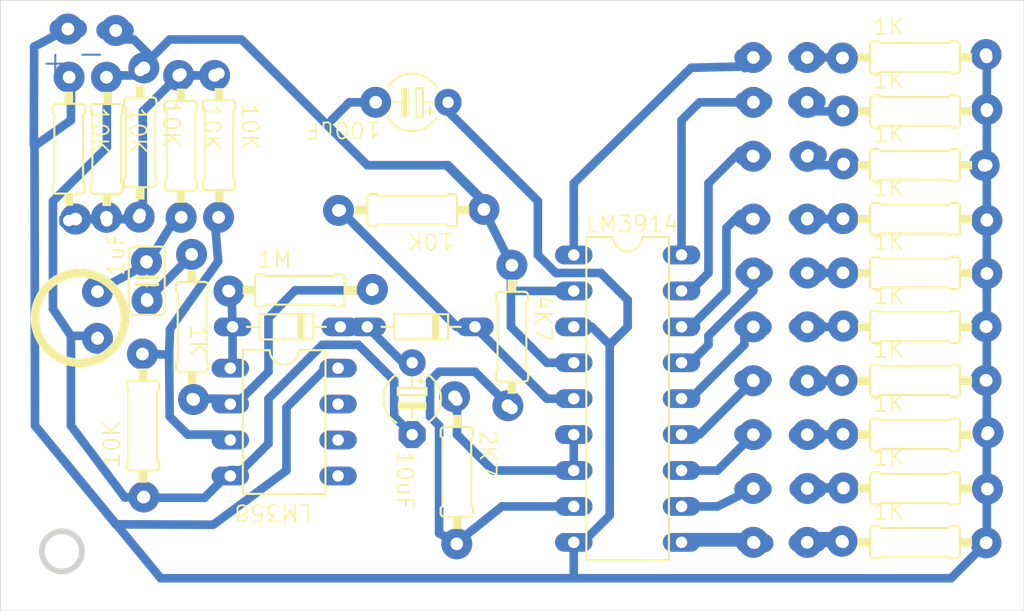
<source format=kicad_pcb>
(kicad_pcb (version 20241229) (generator "pcbnew") (generator_version "9.0")
  (layers (0 "F.Cu" signal) (2 "B.Cu" signal) (13 "F.Paste" user) (15 "B.Paste" user) (5 "F.SilkS" user "F.Silkscreen") (7 "B.SilkS" user "B.Silkscreen") (1 "F.Mask" user) (3 "B.Mask" user) (25 "Edge.Cuts" user))
  (net 0 "")
  (net 1 "S$2")
  (net 2 "S$5")
  (net 3 "S$6")
  (net 4 "S$7")
  (net 5 "S$9")
  (net 6 "S$10")
  (net 7 "S$11")
  (net 8 "S$12")
  (net 9 "S$13")
  (net 10 "S$14")
  (net 11 "S$16")
  (net 12 "S$18")
  (net 13 "S$28")
  (net 14 "S$29")
  (net 15 "S$3")
  (net 16 "S$15")
  (net 17 "S$31")
  (net 18 "S$32")
  (net 19 "S$33")
  (net 20 "S$17")
  (net 21 "S$19")
  (net 22 "S$21")
  (net 23 "S$36")
  (net 24 "S$37")
  (net 25 "S$38")
  (net 26 "S$39")
  (net 27 "S$40")
  (net 28 "S$41")
  (net 29 "S$20")
  (net 30 "S$43")
  (net 31 "S$8")
  (net 32 "S$44")
  (footprint "Vcup2:E5-4" (layer "F.Cu") (at 171.9961 110.7186 -90)
    (property "Reference" "10uF" (at 3.5814 1.1811 270) (layer "F.SilkS") (effects (font (size 1.143 1.143) (thickness 0.127)) (justify left bottom)))
    (property "Value" "")
    (pad "+" thru_hole circle (at -2.54 0 270) (size 1.905 1.905) (drill 0.8128) (layers "*.Cu" "*.Mask") (net 8 "S$12"))
    (pad "-" thru_hole roundrect (at 2.54 0 270) (size 1.905 1.905) (drill 0.8128) (layers "*.Cu" "*.Mask") (chamfer_ratio 0.2928932188) (chamfer top_left top_right bottom_left bottom_right) (net 9 "S$13"))
  )
  (footprint "" (layer "F.Cu") (at 196.056272 93.516293)
    (property "Reference" "" (at 0 0 0) (layer "F.SilkS") (effects (font (size 1.27 1.27))))
    (property "Value" "")
    (pad "18" thru_hole oval (at 0 0) (size 2.6416 1.3208) (drill 0.8128) (layers "*.Cu" "*.Mask") (net 29 "S$20"))
  )
  (footprint "" (layer "F.Cu") (at 149.775927 106.444666)
    (property "Reference" "" (at 0 0 0) (layer "F.SilkS") (effects (font (size 1.27 1.27))))
    (property "Value" "")
    (pad "1" thru_hole roundrect (at 0 0 270) (size 1.3208 1.3208) (drill 0.8128) (layers "*.Cu" "*.Mask") (chamfer_ratio 0.2928932188) (chamfer top_left top_right bottom_left bottom_right) (net 5 "S$9"))
  )
  (footprint "Vcup2:0207_10" (layer "F.Cu") (at 150.4004 93.058335 -90)
    (property "Reference" "10K" (at -3.048 -1.524 270) (layer "F.SilkS") (effects (font (size 1.143 1.143) (thickness 0.127)) (justify left bottom)))
    (property "Value" "")
    (pad "1" thru_hole roundrect (at -5.08 0 270) (size 1.3208 1.3208) (drill 0.8128) (layers "*.Cu" "*.Mask") (chamfer_ratio 0.2928932188) (chamfer top_left top_right bottom_left bottom_right) (net 31 "S$8"))
    (pad "2" thru_hole roundrect (at 5.08 0 270) (size 1.3208 1.3208) (drill 0.8128) (layers "*.Cu" "*.Mask") (chamfer_ratio 0.2928932188) (chamfer top_left top_right bottom_left bottom_right) (net 1 "S$2"))
  )
  (footprint "Vcup2:0207_10" (layer "F.Cu") (at 155.651613 92.830636 -90)
    (property "Reference" "10K" (at -3.048 -1.524 270) (layer "F.SilkS") (effects (font (size 1.143 1.143) (thickness 0.127)) (justify left bottom)))
    (property "Value" "")
    (pad "1" thru_hole roundrect (at -5.08 0 270) (size 1.3208 1.3208) (drill 0.8128) (layers "*.Cu" "*.Mask") (chamfer_ratio 0.2928932188) (chamfer top_left top_right bottom_left bottom_right) (net 1 "S$2"))
    (pad "2" thru_hole roundrect (at 5.08 0 270) (size 1.3208 1.3208) (drill 0.8128) (layers "*.Cu" "*.Mask") (chamfer_ratio 0.2928932188) (chamfer top_left top_right bottom_left bottom_right))
  )
  (footprint "Vcup2:D-7.5" (layer "F.Cu") (at 172.6311 105.6386 180)
    (property "Reference" "E$23" (hide yes))
    (property "Value" "")
    (pad "A" thru_hole oval (at 3.81 0 180) (size 2.6416 1.3208) (drill 0.8128) (layers "*.Cu" "*.Mask") (net 8 "S$12"))
    (pad "C" thru_hole oval (at -3.81 0 180) (size 2.6416 1.3208) (drill 0.8128) (layers "*.Cu" "*.Mask") (net 10 "S$14"))
  )
  (footprint "" (layer "F.Cu") (at 150.346312 97.878286)
    (property "Reference" "" (at 0 0 0) (layer "F.SilkS") (effects (font (size 1.27 1.27))))
    (property "Value" "")
    (pad "2" thru_hole roundrect (at 0 0 180) (size 1.3208 1.3208) (drill 0.8128) (layers "*.Cu" "*.Mask") (chamfer_ratio 0.2928932188) (chamfer top_left top_right bottom_left bottom_right) (net 10 "S$14"))
  )
  (footprint "" (layer "F.Cu") (at 196.098197 117.119968)
    (property "Reference" "" (at 0 0 0) (layer "F.SilkS") (effects (font (size 1.27 1.27))))
    (property "Value" "")
    (pad "18" thru_hole oval (at 0 0) (size 2.6416 1.3208) (drill 0.8128) (layers "*.Cu" "*.Mask") (net 29 "S$20"))
  )
  (footprint "Vcup2:C025-025X050" (layer "F.Cu") (at 153.22929 102.379678 90)
    (property "Reference" "1uF" (at 0.2286 -1.5022 90) (layer "F.SilkS") (effects (font (size 1.143 1.143) (thickness 0.127)) (justify left bottom)))
    (property "Value" "")
    (pad "1" thru_hole roundrect (at -1.27 0 90) (size 1.3208 1.3208) (drill 0.8128) (layers "*.Cu" "*.Mask") (chamfer_ratio 0.2928932188) (chamfer top_left top_right bottom_left bottom_right) (net 5 "S$9"))
    (pad "2" thru_hole roundrect (at 1.27 0 90) (size 1.3208 1.3208) (drill 0.8128) (layers "*.Cu" "*.Mask") (chamfer_ratio 0.2928932188) (chamfer top_left top_right bottom_left bottom_right) (net 6 "S$10"))
  )
  (footprint "" (layer "F.Cu") (at 199.997205 101.817408)
    (property "Reference" "" (at 0 0 0) (layer "F.SilkS") (effects (font (size 1.27 1.27))))
    (property "Value" "")
    (pad "18" thru_hole oval (at 0 0) (size 2.6416 1.3208) (drill 0.8128) (layers "*.Cu" "*.Mask") (net 29 "S$20"))
  )
  (footprint "Vcup2:0207_10" (layer "F.Cu") (at 207.5561 90.3986)
    (property "Reference" "1K" (at -3.048 -1.524 0) (layer "F.SilkS") (effects (font (size 1.143 1.143) (thickness 0.127)) (justify left bottom)))
    (property "Value" "")
    (pad "1" thru_hole roundrect (at -5.08 0) (size 1.3208 1.3208) (drill 0.8128) (layers "*.Cu" "*.Mask") (chamfer_ratio 0.2928932188) (chamfer top_left top_right bottom_left bottom_right))
    (pad "2" thru_hole roundrect (at 5.08 0) (size 1.3208 1.3208) (drill 0.8128) (layers "*.Cu" "*.Mask") (chamfer_ratio 0.2928932188) (chamfer top_left top_right bottom_left bottom_right))
  )
  (footprint "" (layer "F.Cu") (at 196.223971 120.935127)
    (property "Reference" "" (at 0 0 0) (layer "F.SilkS") (effects (font (size 1.27 1.27))))
    (property "Value" "")
    (pad "18" thru_hole oval (at 0 0) (size 2.6416 1.3208) (drill 0.8128) (layers "*.Cu" "*.Mask") (net 29 "S$20"))
  )
  (footprint "Vcup2:DIL08" (layer "F.Cu") (at 162.9461 112.3721 -90)
    (property "Reference" "E$2" (hide yes))
    (property "Value" "")
    (pad "1" thru_hole oval (at -3.81 3.81) (size 2.6416 1.3208) (drill 0.8128) (layers "*.Cu" "*.Mask"))
    (pad "2" thru_hole oval (at -1.27 3.81) (size 2.6416 1.3208) (drill 0.8128) (layers "*.Cu" "*.Mask"))
    (pad "3" thru_hole oval (at 1.27 3.81) (size 2.6416 1.3208) (drill 0.8128) (layers "*.Cu" "*.Mask"))
    (pad "4" thru_hole oval (at 3.81 3.81) (size 2.6416 1.3208) (drill 0.8128) (layers "*.Cu" "*.Mask"))
    (pad "5" thru_hole oval (at 3.81 -3.81) (size 2.6416 1.3208) (drill 0.8128) (layers "*.Cu" "*.Mask"))
    (pad "6" thru_hole oval (at 1.27 -3.81) (size 2.6416 1.3208) (drill 0.8128) (layers "*.Cu" "*.Mask"))
    (pad "7" thru_hole oval (at -1.27 -3.81) (size 2.6416 1.3208) (drill 0.8128) (layers "*.Cu" "*.Mask"))
    (pad "8" thru_hole oval (at -3.81 -3.81) (size 2.6416 1.3208) (drill 0.8128) (layers "*.Cu" "*.Mask"))
  )
  (footprint "" (layer "F.Cu") (at 196.10458 86.603011)
    (property "Reference" "" (at 0 0 0) (layer "F.SilkS") (effects (font (size 1.27 1.27))))
    (property "Value" "")
    (pad "18" thru_hole oval (at 0 0) (size 2.6416 1.3208) (drill 0.8128) (layers "*.Cu" "*.Mask") (net 29 "S$20"))
  )
  (footprint "" (layer "F.Cu") (at 196.182046 101.817408)
    (property "Reference" "" (at 0 0 0) (layer "F.SilkS") (effects (font (size 1.27 1.27))))
    (property "Value" "")
    (pad "18" thru_hole oval (at 0 0) (size 2.6416 1.3208) (drill 0.8128) (layers "*.Cu" "*.Mask") (net 29 "S$20"))
  )
  (footprint "Vcup2:0207_10" (layer "F.Cu") (at 207.5561 109.4486)
    (property "Reference" "1K" (at -3.048 -1.524 0) (layer "F.SilkS") (effects (font (size 1.143 1.143) (thickness 0.127)) (justify left bottom)))
    (property "Value" "")
    (pad "1" thru_hole roundrect (at -5.08 0) (size 1.3208 1.3208) (drill 0.8128) (layers "*.Cu" "*.Mask") (chamfer_ratio 0.2928932188) (chamfer top_left top_right bottom_left bottom_right) (net 28 "S$41"))
    (pad "2" thru_hole roundrect (at 5.08 0) (size 1.3208 1.3208) (drill 0.8128) (layers "*.Cu" "*.Mask") (chamfer_ratio 0.2928932188) (chamfer top_left top_right bottom_left bottom_right))
  )
  (footprint "" (layer "F.Cu") (at 178.763836 111.19097)
    (property "Reference" "" (at 0 0 0) (layer "F.SilkS") (effects (font (size 1.27 1.27))))
    (property "Value" "")
    (pad "2" thru_hole roundrect (at 0 0 180) (size 1.3208 1.3208) (drill 0.8128) (layers "*.Cu" "*.Mask") (chamfer_ratio 0.2928932188) (chamfer top_left top_right bottom_left bottom_right) (net 10 "S$14"))
  )
  (footprint "Vcup2:0207_10" (layer "F.Cu") (at 179.054463 106.335564 -90)
    (property "Reference" "4K7" (at -3.048 -1.524 270) (layer "F.SilkS") (effects (font (size 1.143 1.143) (thickness 0.127)) (justify left bottom)))
    (property "Value" "")
    (pad "1" thru_hole roundrect (at -5.08 0 270) (size 1.3208 1.3208) (drill 0.8128) (layers "*.Cu" "*.Mask") (chamfer_ratio 0.2928932188) (chamfer top_left top_right bottom_left bottom_right) (net 16 "S$15"))
    (pad "2" thru_hole roundrect (at 5.08 0 270) (size 1.3208 1.3208) (drill 0.8128) (layers "*.Cu" "*.Mask") (chamfer_ratio 0.2928932188) (chamfer top_left top_right bottom_left bottom_right) (net 12 "S$18"))
  )
  (footprint "" (layer "F.Cu") (at 149.763505 103.152791)
    (property "Reference" "" (at 0 0 0) (layer "F.SilkS") (effects (font (size 1.27 1.27))))
    (property "Value" "")
    (pad "1" thru_hole roundrect (at 0 0 270) (size 1.3208 1.3208) (drill 0.8128) (layers "*.Cu" "*.Mask") (chamfer_ratio 0.2928932188) (chamfer top_left top_right bottom_left bottom_right) (net 5 "S$9"))
  )
  (footprint "" (layer "F.Cu") (at 199.913355 89.701135)
    (property "Reference" "" (at 0 0 0) (layer "F.SilkS") (effects (font (size 1.27 1.27))))
    (property "Value" "")
    (pad "18" thru_hole oval (at 0 0) (size 2.6416 1.3208) (drill 0.8128) (layers "*.Cu" "*.Mask") (net 29 "S$20"))
  )
  (footprint "Vcup2:DIL18" (layer "F.Cu") (at 187.2361 110.7186 -90)
    (property "Reference" "LM3914" (at -11.684 3.048 0) (layer "F.SilkS") (effects (font (size 1.143 1.143) (thickness 0.127)) (justify left bottom)))
    (property "Value" "")
    (pad "1" thru_hole oval (at -10.16 3.81) (size 2.6416 1.3208) (drill 0.8128) (layers "*.Cu" "*.Mask") (net 15 "S$3"))
    (pad "2" thru_hole oval (at -7.62 3.81) (size 2.6416 1.3208) (drill 0.8128) (layers "*.Cu" "*.Mask") (net 16 "S$15"))
    (pad "3" thru_hole oval (at -5.08 3.81) (size 2.6416 1.3208) (drill 0.8128) (layers "*.Cu" "*.Mask") (net 19 "S$33"))
    (pad "4" thru_hole oval (at -2.54 3.81) (size 2.6416 1.3208) (drill 0.8128) (layers "*.Cu" "*.Mask") (net 16 "S$15"))
    (pad "5" thru_hole oval (at 0 3.81) (size 2.6416 1.3208) (drill 0.8128) (layers "*.Cu" "*.Mask") (net 10 "S$14"))
    (pad "6" thru_hole oval (at 2.54 3.81) (size 2.6416 1.3208) (drill 0.8128) (layers "*.Cu" "*.Mask") (net 11 "S$16"))
    (pad "7" thru_hole oval (at 5.08 3.81) (size 2.6416 1.3208) (drill 0.8128) (layers "*.Cu" "*.Mask") (net 11 "S$16"))
    (pad "8" thru_hole oval (at 7.62 3.81) (size 2.6416 1.3208) (drill 0.8128) (layers "*.Cu" "*.Mask") (net 12 "S$18"))
    (pad "9" thru_hole oval (at 10.16 3.81) (size 2.6416 1.3208) (drill 0.8128) (layers "*.Cu" "*.Mask") (net 19 "S$33"))
    (pad "10" thru_hole oval (at 10.16 -3.81) (size 2.6416 1.3208) (drill 0.8128) (layers "*.Cu" "*.Mask") (net 14 "S$29"))
    (pad "11" thru_hole oval (at 7.62 -3.81) (size 2.6416 1.3208) (drill 0.8128) (layers "*.Cu" "*.Mask") (net 13 "S$28"))
    (pad "12" thru_hole oval (at 5.08 -3.81) (size 2.6416 1.3208) (drill 0.8128) (layers "*.Cu" "*.Mask"))
    (pad "13" thru_hole oval (at 2.54 -3.81) (size 2.6416 1.3208) (drill 0.8128) (layers "*.Cu" "*.Mask"))
    (pad "14" thru_hole oval (at 0 -3.81) (size 2.6416 1.3208) (drill 0.8128) (layers "*.Cu" "*.Mask"))
    (pad "15" thru_hole oval (at -2.54 -3.81) (size 2.6416 1.3208) (drill 0.8128) (layers "*.Cu" "*.Mask"))
    (pad "16" thru_hole oval (at -5.08 -3.81) (size 2.6416 1.3208) (drill 0.8128) (layers "*.Cu" "*.Mask"))
    (pad "17" thru_hole oval (at -7.62 -3.81) (size 2.6416 1.3208) (drill 0.8128) (layers "*.Cu" "*.Mask"))
    (pad "18" thru_hole oval (at -10.16 -3.81) (size 2.6416 1.3208) (drill 0.8128) (layers "*.Cu" "*.Mask") (net 29 "S$20"))
  )
  (footprint "" (layer "F.Cu") (at 196.098197 105.632567)
    (property "Reference" "" (at 0 0 0) (layer "F.SilkS") (effects (font (size 1.27 1.27))))
    (property "Value" "")
    (pad "18" thru_hole oval (at 0 0) (size 2.6416 1.3208) (drill 0.8128) (layers "*.Cu" "*.Mask") (net 29 "S$20"))
  )
  (footprint "Vcup2:E5-4" (layer "F.Cu") (at 171.9961 89.7636 180)
    (property "Reference" "100uF" (at 2.159 -1.27 180) (layer "F.SilkS") (effects (font (size 1.143 1.143) (thickness 0.127)) (justify left bottom)))
    (property "Value" "")
    (pad "+" thru_hole circle (at -2.54 0 180) (size 1.905 1.905) (drill 0.8128) (layers "*.Cu" "*.Mask") (net 19 "S$33"))
    (pad "-" thru_hole roundrect (at 2.54 0 180) (size 1.905 1.905) (drill 0.8128) (layers "*.Cu" "*.Mask") (chamfer_ratio 0.2928932188) (chamfer top_left top_right bottom_left bottom_right))
  )
  (footprint "Vcup2:0207_10" (layer "F.Cu") (at 207.5561 113.2586)
    (property "Reference" "1K" (at -3.048 -1.524 0) (layer "F.SilkS") (effects (font (size 1.143 1.143) (thickness 0.127)) (justify left bottom)))
    (property "Value" "")
    (pad "1" thru_hole roundrect (at -5.08 0) (size 1.3208 1.3208) (drill 0.8128) (layers "*.Cu" "*.Mask") (chamfer_ratio 0.2928932188) (chamfer top_left top_right bottom_left bottom_right) (net 23 "S$36"))
    (pad "2" thru_hole roundrect (at 5.08 0) (size 1.3208 1.3208) (drill 0.8128) (layers "*.Cu" "*.Mask") (chamfer_ratio 0.2928932188) (chamfer top_left top_right bottom_left bottom_right))
  )
  (footprint "Vcup2:0207_10" (layer "F.Cu") (at 207.5561 98.0186)
    (property "Reference" "1K" (at -3.048 -1.524 0) (layer "F.SilkS") (effects (font (size 1.143 1.143) (thickness 0.127)) (justify left bottom)))
    (property "Value" "")
    (pad "1" thru_hole roundrect (at -5.08 0) (size 1.3208 1.3208) (drill 0.8128) (layers "*.Cu" "*.Mask") (chamfer_ratio 0.2928932188) (chamfer top_left top_right bottom_left bottom_right) (net 27 "S$40"))
    (pad "2" thru_hole roundrect (at 5.08 0) (size 1.3208 1.3208) (drill 0.8128) (layers "*.Cu" "*.Mask") (chamfer_ratio 0.2928932188) (chamfer top_left top_right bottom_left bottom_right))
  )
  (footprint "" (layer "F.Cu") (at 199.997205 109.5735)
    (property "Reference" "" (at 0 0 0) (layer "F.SilkS") (effects (font (size 1.27 1.27))))
    (property "Value" "")
    (pad "18" thru_hole oval (at 0 0) (size 2.6416 1.3208) (drill 0.8128) (layers "*.Cu" "*.Mask") (net 29 "S$20"))
  )
  (footprint "Vcup2:0207_10" (layer "F.Cu") (at 207.5561 101.8286)
    (property "Reference" "1K" (at -3.048 -1.524 0) (layer "F.SilkS") (effects (font (size 1.143 1.143) (thickness 0.127)) (justify left bottom)))
    (property "Value" "")
    (pad "1" thru_hole roundrect (at -5.08 0) (size 1.3208 1.3208) (drill 0.8128) (layers "*.Cu" "*.Mask") (chamfer_ratio 0.2928932188) (chamfer top_left top_right bottom_left bottom_right) (net 21 "S$19"))
    (pad "2" thru_hole roundrect (at 5.08 0) (size 1.3208 1.3208) (drill 0.8128) (layers "*.Cu" "*.Mask") (chamfer_ratio 0.2928932188) (chamfer top_left top_right bottom_left bottom_right))
  )
  (footprint "Vcup2:0207_10" (layer "F.Cu") (at 171.9961 97.3836 180)
    (property "Reference" "10K" (at -3.048 -1.524 180) (layer "F.SilkS") (effects (font (size 1.143 1.143) (thickness 0.127)) (justify left bottom)))
    (property "Value" "")
    (pad "1" thru_hole roundrect (at -5.08 0 180) (size 1.3208 1.3208) (drill 0.8128) (layers "*.Cu" "*.Mask") (chamfer_ratio 0.2928932188) (chamfer top_left top_right bottom_left bottom_right) (net 16 "S$15"))
    (pad "2" thru_hole roundrect (at 5.08 0 180) (size 1.3208 1.3208) (drill 0.8128) (layers "*.Cu" "*.Mask") (chamfer_ratio 0.2928932188) (chamfer top_left top_right bottom_left bottom_right) (net 10 "S$14"))
  )
  (footprint "" (layer "F.Cu") (at 175.012341 110.569861)
    (property "Reference" "" (at 0 0 0) (layer "F.SilkS") (effects (font (size 1.27 1.27))))
    (property "Value" "")
    (pad "2" thru_hole roundrect (at 0 0 180) (size 1.3208 1.3208) (drill 0.8128) (layers "*.Cu" "*.Mask") (chamfer_ratio 0.2928932188) (chamfer top_left top_right bottom_left bottom_right) (net 10 "S$14"))
  )
  (footprint "Vcup2:0207_10" (layer "F.Cu") (at 158.334802 92.793369 -90)
    (property "Reference" "10K" (at -3.048 -1.524 270) (layer "F.SilkS") (effects (font (size 1.143 1.143) (thickness 0.127)) (justify left bottom)))
    (property "Value" "")
    (pad "1" thru_hole roundrect (at -5.08 0 270) (size 1.3208 1.3208) (drill 0.8128) (layers "*.Cu" "*.Mask") (chamfer_ratio 0.2928932188) (chamfer top_left top_right bottom_left bottom_right) (net 1 "S$2"))
    (pad "2" thru_hole roundrect (at 5.08 0 270) (size 1.3208 1.3208) (drill 0.8128) (layers "*.Cu" "*.Mask") (chamfer_ratio 0.2928932188) (chamfer top_left top_right bottom_left bottom_right) (net 7 "S$11"))
  )
  (footprint "Vcup2:0207_10" (layer "F.Cu") (at 207.5561 86.5886)
    (property "Reference" "1K" (at -3.048 -1.524 0) (layer "F.SilkS") (effects (font (size 1.143 1.143) (thickness 0.127)) (justify left bottom)))
    (property "Value" "")
    (pad "1" thru_hole roundrect (at -5.08 0) (size 1.3208 1.3208) (drill 0.8128) (layers "*.Cu" "*.Mask") (chamfer_ratio 0.2928932188) (chamfer top_left top_right bottom_left bottom_right) (net 26 "S$39"))
    (pad "2" thru_hole roundrect (at 5.08 0) (size 1.3208 1.3208) (drill 0.8128) (layers "*.Cu" "*.Mask") (chamfer_ratio 0.2928932188) (chamfer top_left top_right bottom_left bottom_right) (net 19 "S$33"))
  )
  (footprint "Vcup2:0207_10" (layer "F.Cu") (at 207.5561 120.8786)
    (property "Reference" "1K" (at -3.048 -1.524 0) (layer "F.SilkS") (effects (font (size 1.143 1.143) (thickness 0.127)) (justify left bottom)))
    (property "Value" "")
    (pad "1" thru_hole roundrect (at -5.08 0) (size 1.3208 1.3208) (drill 0.8128) (layers "*.Cu" "*.Mask") (chamfer_ratio 0.2928932188) (chamfer top_left top_right bottom_left bottom_right) (net 25 "S$38"))
    (pad "2" thru_hole roundrect (at 5.08 0) (size 1.3208 1.3208) (drill 0.8128) (layers "*.Cu" "*.Mask") (chamfer_ratio 0.2928932188) (chamfer top_left top_right bottom_left bottom_right) (net 19 "S$33"))
  )
  (footprint "Vcup2:D-7.5" (layer "F.Cu") (at 163.1061 105.6386 180)
    (property "Reference" "LM358" (at -1.905 -12.4714 180) (layer "F.SilkS") (effects (font (size 1.143 1.143) (thickness 0.127)) (justify left bottom)))
    (property "Value" "")
    (pad "A" thru_hole oval (at 3.81 0 180) (size 2.6416 1.3208) (drill 0.8128) (layers "*.Cu" "*.Mask") (net 3 "S$6"))
    (pad "C" thru_hole oval (at -3.81 0 180) (size 2.6416 1.3208) (drill 0.8128) (layers "*.Cu" "*.Mask"))
  )
  (footprint "Vcup2:0207_10" (layer "F.Cu") (at 156.4356 105.6386 -90)
    (property "Reference" "1K" (at -0.2286 0.2256 270) (layer "F.SilkS") (effects (font (size 1.143 1.143) (thickness 0.127)) (justify left bottom)))
    (property "Value" "")
    (pad "1" thru_hole roundrect (at -5.08 0 270) (size 1.3208 1.3208) (drill 0.8128) (layers "*.Cu" "*.Mask") (chamfer_ratio 0.2928932188) (chamfer top_left top_right bottom_left bottom_right) (net 5 "S$9"))
    (pad "2" thru_hole roundrect (at 5.08 0 270) (size 1.3208 1.3208) (drill 0.8128) (layers "*.Cu" "*.Mask") (chamfer_ratio 0.2928932188) (chamfer top_left top_right bottom_left bottom_right) (net 2 "S$5"))
  )
  (footprint "" (layer "F.Cu") (at 196.098197 109.363876)
    (property "Reference" "" (at 0 0 0) (layer "F.SilkS") (effects (font (size 1.27 1.27))))
    (property "Value" "")
    (pad "18" thru_hole oval (at 0 0) (size 2.6416 1.3208) (drill 0.8128) (layers "*.Cu" "*.Mask") (net 29 "S$20"))
  )
  (footprint "Vcup2:0207_10" (layer "F.Cu") (at 147.70893 93.041772 -90)
    (property "Reference" "10K" (at -3.048 -1.524 270) (layer "F.SilkS") (effects (font (size 1.143 1.143) (thickness 0.127)) (justify left bottom)))
    (property "Value" "")
    (pad "1" thru_hole roundrect (at -5.08 0 270) (size 1.3208 1.3208) (drill 0.8128) (layers "*.Cu" "*.Mask") (chamfer_ratio 0.2928932188) (chamfer top_left top_right bottom_left bottom_right) (net 19 "S$33"))
    (pad "2" thru_hole roundrect (at 5.08 0 270) (size 1.3208 1.3208) (drill 0.8128) (layers "*.Cu" "*.Mask") (chamfer_ratio 0.2928932188) (chamfer top_left top_right bottom_left bottom_right) (net 1 "S$2"))
  )
  (footprint "" (layer "F.Cu") (at 147.675028 84.544382)
    (property "Reference" "" (at 0 0 0) (layer "F.SilkS") (effects (font (size 1.27 1.27))))
    (property "Value" "")
    (pad "18" thru_hole oval (at 0 0) (size 2.6416 1.3208) (drill 0.8128) (layers "*.Cu" "*.Mask") (net 29 "S$20"))
  )
  (footprint "" (layer "F.Cu") (at 199.997205 93.474369)
    (property "Reference" "" (at 0 0 0) (layer "F.SilkS") (effects (font (size 1.27 1.27))))
    (property "Value" "")
    (pad "18" thru_hole oval (at 0 0) (size 2.6416 1.3208) (drill 0.8128) (layers "*.Cu" "*.Mask") (net 29 "S$20"))
  )
  (footprint "" (layer "F.Cu") (at 153.002586 87.347392)
    (property "Reference" "" (at 0 0 0) (layer "F.SilkS") (effects (font (size 1.27 1.27))))
    (property "Value" "")
    (pad "2" thru_hole roundrect (at 0 0 180) (size 1.3208 1.3208) (drill 0.8128) (layers "*.Cu" "*.Mask") (chamfer_ratio 0.2928932188) (chamfer top_left top_right bottom_left bottom_right) (net 10 "S$14"))
  )
  (footprint "" (layer "F.Cu") (at 158.083253 87.819435)
    (property "Reference" "" (at 0 0 0) (layer "F.SilkS") (effects (font (size 1.27 1.27))))
    (property "Value" "")
    (pad "2" thru_hole roundrect (at 0 0 180) (size 1.3208 1.3208) (drill 0.8128) (layers "*.Cu" "*.Mask") (chamfer_ratio 0.2928932188) (chamfer top_left top_right bottom_left bottom_right) (net 10 "S$14"))
  )
  (footprint "Vcup2:0207_10" (layer "F.Cu") (at 152.767858 92.593321 -90)
    (property "Reference" "10K" (at -3.048 -1.524 270) (layer "F.SilkS") (effects (font (size 1.143 1.143) (thickness 0.127)) (justify left bottom)))
    (property "Value" "")
    (pad "1" thru_hole roundrect (at -5.08 0 270) (size 1.3208 1.3208) (drill 0.8128) (layers "*.Cu" "*.Mask") (chamfer_ratio 0.2928932188) (chamfer top_left top_right bottom_left bottom_right) (net 31 "S$8"))
    (pad "2" thru_hole roundrect (at 5.08 0 270) (size 1.3208 1.3208) (drill 0.8128) (layers "*.Cu" "*.Mask") (chamfer_ratio 0.2928932188) (chamfer top_left top_right bottom_left bottom_right) (net 1 "S$2"))
  )
  (footprint "" (layer "F.Cu") (at 199.95528 97.9184)
    (property "Reference" "" (at 0 0 0) (layer "F.SilkS") (effects (font (size 1.27 1.27))))
    (property "Value" "")
    (pad "18" thru_hole oval (at 0 0) (size 2.6416 1.3208) (drill 0.8128) (layers "*.Cu" "*.Mask") (net 29 "S$20"))
  )
  (footprint "" (layer "F.Cu") (at 152.698242 97.870005)
    (property "Reference" "" (at 0 0 0) (layer "F.SilkS") (effects (font (size 1.27 1.27))))
    (property "Value" "")
    (pad "2" thru_hole roundrect (at 0 0 180) (size 1.3208 1.3208) (drill 0.8128) (layers "*.Cu" "*.Mask") (chamfer_ratio 0.2928932188) (chamfer top_left top_right bottom_left bottom_right) (net 10 "S$14"))
  )
  (footprint "" (layer "F.Cu") (at 199.95528 120.893202)
    (property "Reference" "" (at 0 0 0) (layer "F.SilkS") (effects (font (size 1.27 1.27))))
    (property "Value" "")
    (pad "18" thru_hole oval (at 0 0) (size 2.6416 1.3208) (drill 0.8128) (layers "*.Cu" "*.Mask") (net 29 "S$20"))
  )
  (footprint "Vcup2:0207_10" (layer "F.Cu") (at 207.5561 105.6386)
    (property "Reference" "1K" (at -3.048 -1.524 0) (layer "F.SilkS") (effects (font (size 1.143 1.143) (thickness 0.127)) (justify left bottom)))
    (property "Value" "")
    (pad "1" thru_hole roundrect (at -5.08 0) (size 1.3208 1.3208) (drill 0.8128) (layers "*.Cu" "*.Mask") (chamfer_ratio 0.2928932188) (chamfer top_left top_right bottom_left bottom_right) (net 22 "S$21"))
    (pad "2" thru_hole roundrect (at 5.08 0) (size 1.3208 1.3208) (drill 0.8128) (layers "*.Cu" "*.Mask") (chamfer_ratio 0.2928932188) (chamfer top_left top_right bottom_left bottom_right))
  )
  (footprint "" (layer "F.Cu") (at 196.140121 89.701135)
    (property "Reference" "" (at 0 0 0) (layer "F.SilkS") (effects (font (size 1.27 1.27))))
    (property "Value" "")
    (pad "18" thru_hole oval (at 0 0) (size 2.6416 1.3208) (drill 0.8128) (layers "*.Cu" "*.Mask") (net 29 "S$20"))
  )
  (footprint "" (layer "F.Cu") (at 196.098197 113.220959)
    (property "Reference" "" (at 0 0 0) (layer "F.SilkS") (effects (font (size 1.27 1.27))))
    (property "Value" "")
    (pad "18" thru_hole oval (at 0 0) (size 2.6416 1.3208) (drill 0.8128) (layers "*.Cu" "*.Mask") (net 29 "S$20"))
  )
  (footprint "" (layer "F.Cu") (at 199.95528 113.304809)
    (property "Reference" "" (at 0 0 0) (layer "F.SilkS") (effects (font (size 1.27 1.27))))
    (property "Value" "")
    (pad "18" thru_hole oval (at 0 0) (size 2.6416 1.3208) (drill 0.8128) (layers "*.Cu" "*.Mask") (net 29 "S$20"))
  )
  (footprint "" (layer "F.Cu") (at 196.014347 98.002249)
    (property "Reference" "" (at 0 0 0) (layer "F.SilkS") (effects (font (size 1.27 1.27))))
    (property "Value" "")
    (pad "18" thru_hole oval (at 0 0) (size 2.6416 1.3208) (drill 0.8128) (layers "*.Cu" "*.Mask") (net 29 "S$20"))
  )
  (footprint "Vcup2:0207_10" (layer "F.Cu") (at 152.9461 112.6236 90)
    (property "Reference" "10K" (at -3.048 -1.524 90) (layer "F.SilkS") (effects (font (size 1.143 1.143) (thickness 0.127)) (justify left bottom)))
    (property "Value" "")
    (pad "1" thru_hole roundrect (at -5.08 0 90) (size 1.3208 1.3208) (drill 0.8128) (layers "*.Cu" "*.Mask") (chamfer_ratio 0.2928932188) (chamfer top_left top_right bottom_left bottom_right))
    (pad "2" thru_hole roundrect (at 5.08 0 90) (size 1.3208 1.3208) (drill 0.8128) (layers "*.Cu" "*.Mask") (chamfer_ratio 0.2928932188) (chamfer top_left top_right bottom_left bottom_right) (net 7 "S$11"))
  )
  (footprint "Vcup2:0207_10" (layer "F.Cu") (at 207.5561 117.0686)
    (property "Reference" "1K" (at -3.048 -1.524 0) (layer "F.SilkS") (effects (font (size 1.143 1.143) (thickness 0.127)) (justify left bottom)))
    (property "Value" "")
    (pad "1" thru_hole roundrect (at -5.08 0) (size 1.3208 1.3208) (drill 0.8128) (layers "*.Cu" "*.Mask") (chamfer_ratio 0.2928932188) (chamfer top_left top_right bottom_left bottom_right) (net 24 "S$37"))
    (pad "2" thru_hole roundrect (at 5.08 0) (size 1.3208 1.3208) (drill 0.8128) (layers "*.Cu" "*.Mask") (chamfer_ratio 0.2928932188) (chamfer top_left top_right bottom_left bottom_right))
  )
  (footprint "" (layer "F.Cu") (at 199.95528 105.632567)
    (property "Reference" "" (at 0 0 0) (layer "F.SilkS") (effects (font (size 1.27 1.27))))
    (property "Value" "")
    (pad "18" thru_hole oval (at 0 0) (size 2.6416 1.3208) (drill 0.8128) (layers "*.Cu" "*.Mask") (net 29 "S$20"))
  )
  (footprint "" (layer "F.Cu") (at 150.987089 84.670156)
    (property "Reference" "" (at 0 0 0) (layer "F.SilkS") (effects (font (size 1.27 1.27))))
    (property "Value" "")
    (pad "18" thru_hole oval (at 0 0) (size 2.6416 1.3208) (drill 0.8128) (layers "*.Cu" "*.Mask") (net 29 "S$20"))
  )
  (footprint "" (layer "F.Cu") (at 148.168291 98.010789)
    (property "Reference" "" (at 0 0 0) (layer "F.SilkS") (effects (font (size 1.27 1.27))))
    (property "Value" "")
    (pad "2" thru_hole roundrect (at 0 0 180) (size 1.3208 1.3208) (drill 0.8128) (layers "*.Cu" "*.Mask") (chamfer_ratio 0.2928932188) (chamfer top_left top_right bottom_left bottom_right) (net 10 "S$14"))
  )
  (footprint "" (layer "F.Cu") (at 199.913355 86.598698)
    (property "Reference" "" (at 0 0 0) (layer "F.SilkS") (effects (font (size 1.27 1.27))))
    (property "Value" "")
    (pad "18" thru_hole oval (at 0 0) (size 2.6416 1.3208) (drill 0.8128) (layers "*.Cu" "*.Mask") (net 29 "S$20"))
  )
  (footprint "Vcup2:0207_10" (layer "F.Cu") (at 175.155972 115.898604 -90)
    (property "Reference" "2K7" (at -3.048 -1.524 270) (layer "F.SilkS") (effects (font (size 1.143 1.143) (thickness 0.127)) (justify left bottom)))
    (property "Value" "")
    (pad "1" thru_hole roundrect (at -5.08 0 270) (size 1.3208 1.3208) (drill 0.8128) (layers "*.Cu" "*.Mask") (chamfer_ratio 0.2928932188) (chamfer top_left top_right bottom_left bottom_right) (net 11 "S$16"))
    (pad "2" thru_hole roundrect (at 5.08 0 270) (size 1.3208 1.3208) (drill 0.8128) (layers "*.Cu" "*.Mask") (chamfer_ratio 0.2928932188) (chamfer top_left top_right bottom_left bottom_right) (net 12 "S$18"))
  )
  (footprint "Vcup2:0207_10" (layer "F.Cu") (at 164.049 103.0564)
    (property "Reference" "1M" (at -3.048 -1.524 0) (layer "F.SilkS") (effects (font (size 1.143 1.143) (thickness 0.127)) (justify left bottom)))
    (property "Value" "")
    (pad "1" thru_hole roundrect (at -5.08 0) (size 1.3208 1.3208) (drill 0.8128) (layers "*.Cu" "*.Mask") (chamfer_ratio 0.2928932188) (chamfer top_left top_right bottom_left bottom_right) (net 3 "S$6"))
    (pad "2" thru_hole roundrect (at 5.08 0) (size 1.3208 1.3208) (drill 0.8128) (layers "*.Cu" "*.Mask") (chamfer_ratio 0.2928932188) (chamfer top_left top_right bottom_left bottom_right) (net 4 "S$7"))
  )
  (footprint "Vcup2:0207_10" (layer "F.Cu") (at 207.5561 94.2086)
    (property "Reference" "1K" (at -3.048 -1.524 0) (layer "F.SilkS") (effects (font (size 1.143 1.143) (thickness 0.127)) (justify left bottom)))
    (property "Value" "")
    (pad "1" thru_hole roundrect (at -5.08 0) (size 1.3208 1.3208) (drill 0.8128) (layers "*.Cu" "*.Mask") (chamfer_ratio 0.2928932188) (chamfer top_left top_right bottom_left bottom_right) (net 20 "S$17"))
    (pad "2" thru_hole roundrect (at 5.08 0) (size 1.3208 1.3208) (drill 0.8128) (layers "*.Cu" "*.Mask") (chamfer_ratio 0.2928932188) (chamfer top_left top_right bottom_left bottom_right))
  )
  (footprint "" (layer "F.Cu") (at 199.997205 117.078043)
    (property "Reference" "" (at 0 0 0) (layer "F.SilkS") (effects (font (size 1.27 1.27))))
    (property "Value" "")
    (pad "18" thru_hole oval (at 0 0) (size 2.6416 1.3208) (drill 0.8128) (layers "*.Cu" "*.Mask") (net 29 "S$20"))
  )
  (gr_circle (center 148.5011 105.0036) (end 151.6761 105.0036) (stroke (width 0.6096)) (fill no) (layer "F.SilkS"))
  (gr_circle (center 147.2311 121.5136) (end 148.651 121.5136) (stroke (width 0.4064)) (fill no) (layer "Edge.Cuts"))
  (gr_line (start 215.265 125.73) (end 142.875 125.73) (stroke (width 0.05)) (layer "Edge.Cuts"))
  (gr_line (start 215.265 82.55) (end 215.265 125.73) (stroke (width 0.05)) (layer "Edge.Cuts"))
  (gr_line (start 142.875 82.55) (end 215.265 82.55) (stroke (width 0.05)) (layer "Edge.Cuts"))
  (gr_line (start 142.875 125.73) (end 142.875 82.55) (stroke (width 0.05)) (layer "Edge.Cuts"))
  (gr_text "+" (at 147.8661 87.8586 -0) (layer "B.Cu") (effects (font (size 1.63576 1.63576) (thickness 0.14224)) (justify left bottom mirror)))
  (gr_text "-" (at 150.4061 87.2236 -0) (layer "B.Cu") (effects (font (size 1.63576 1.63576) (thickness 0.14224)) (justify left bottom mirror)))
  (via (at 148.1963 98.0186) (size 2.1844) (drill 0.9) (layers "F.Cu" "B.Cu") (net 1))
  (via (at 158.026098 87.858599) (size 2.1844) (drill 0.9) (layers "F.Cu" "B.Cu") (net 1))
  (via (at 155.486098 87.858599) (size 2.1844) (drill 0.9) (layers "F.Cu" "B.Cu") (net 1))
  (via (at 152.6906 97.8738) (size 2.1844) (drill 0.9) (layers "F.Cu" "B.Cu") (net 1))
  (via (at 150.3807 97.8916) (size 2.1844) (drill 0.9) (layers "F.Cu" "B.Cu") (net 1))
  (segment (start 158.0261 87.8586) (end 155.4861 87.8586) (width 0.6096) (layer "B.Cu") (net 1))
  (segment (start 151.6761 98.0186) (end 152.9461 98.0186) (width 0.6096) (layer "B.Cu") (net 1))
  (segment (start 150.4061 98.0186) (end 151.6761 98.0186) (width 0.6096) (layer "B.Cu") (net 1))
  (segment (start 147.8661 98.0186) (end 151.6761 98.0186) (width 0.6096) (layer "B.Cu") (net 1))
  (segment (start 152.9461 90.3986) (end 155.4861 87.8586) (width 0.6096) (layer "B.Cu") (net 1))
  (segment (start 152.9461 98.0186) (end 152.9461 90.3986) (width 0.6096) (layer "B.Cu") (net 1))
  (segment (start 158.6611 110.7186) (end 156.4356 110.7186) (width 0.6096) (layer "B.Cu") (net 2))
  (via (at 159.0427 103.1093) (size 2.1844) (drill 0.9) (layers "F.Cu" "B.Cu") (net 3))
  (segment (start 159.2961 105.6386) (end 159.2961 108.8136) (width 0.6096) (layer "B.Cu") (net 3))
  (segment (start 158.969 103.0564) (end 159.2412 103.8026) (width 0.6096) (layer "B.Cu") (net 3))
  (segment (start 159.2412 103.8026) (end 159.2961 105.6386) (width 0.6096) (layer "B.Cu") (net 3))
  (segment (start 161.8361 108.8136) (end 159.9311 110.7186) (width 0.6096) (layer "B.Cu") (net 4))
  (segment (start 163.7203 103.057) (end 161.8361 105.0036) (width 0.6096) (layer "B.Cu") (net 4))
  (segment (start 161.8361 105.0036) (end 161.8361 108.8136) (width 0.6096) (layer "B.Cu") (net 4))
  (segment (start 169.129 103.0564) (end 163.7203 103.057) (width 0.6096) (layer "B.Cu") (net 4))
  (via (at 156.3974 100.5128) (size 2.1844) (drill 0.9) (layers "F.Cu" "B.Cu") (net 5))
  (via (at 153.2555 103.7843) (size 2.1844) (drill 0.9) (layers "F.Cu" "B.Cu") (net 5))
  (segment (start 156.4356 100.5586) (end 153.2672 103.7336) (width 0.6096) (layer "B.Cu") (net 5))
  (via (at 149.7457 103.1494) (size 2.1844) (drill 0.9) (layers "F.Cu" "B.Cu") (net 6))
  (via (at 155.6639 97.8916) (size 2.1844) (drill 0.9) (layers "F.Cu" "B.Cu") (net 6))
  (via (at 153.2077 101.0269) (size 2.1844) (drill 0.9) (layers "F.Cu" "B.Cu") (net 6))
  (via (at 149.7711 103.0732) (size 1.0064) (drill 0.6) (layers "F.Cu" "B.Cu") (net 6))
  (segment (start 155.1788 98.0837) (end 153.2672 101.1936) (width 0.6096) (layer "B.Cu") (net 6))
  (segment (start 154.8511 98.0186) (end 155.1788 98.0837) (width 0.6096) (layer "B.Cu") (net 6))
  (segment (start 149.7711 103.0732) (end 153.2672 101.1936) (width 0.6096) (layer "B.Cu") (net 6))
  (via (at 158.3055 97.8916) (size 2.1844) (drill 0.9) (layers "F.Cu" "B.Cu") (net 7))
  (via (at 152.9253 107.5579) (size 2.1844) (drill 0.9) (layers "F.Cu" "B.Cu") (net 7))
  (segment (start 158.2806 101.0019) (end 154.872 105.8001) (width 0.6096) (layer "B.Cu") (net 7))
  (segment (start 154.808 107.6097) (end 154.8511 111.9886) (width 0.6096) (layer "B.Cu") (net 7))
  (segment (start 154.8511 111.9886) (end 156.1211 113.2586) (width 0.6096) (layer "B.Cu") (net 7))
  (segment (start 156.1211 113.2586) (end 158.6611 113.2586) (width 0.6096) (layer "B.Cu") (net 7))
  (segment (start 154.872 105.8001) (end 154.808 107.6097) (width 0.6096) (layer "B.Cu") (net 7))
  (segment (start 158.0261 98.0186) (end 158.2806 101.0019) (width 0.6096) (layer "B.Cu") (net 7))
  (segment (start 152.9461 107.5436) (end 154.808 107.6097) (width 0.6096) (layer "B.Cu") (net 7))
  (segment (start 171.3611 108.1786) (end 168.8211 105.6386) (width 0.6096) (layer "B.Cu") (net 8))
  (segment (start 171.9961 108.1786) (end 171.3611 108.1786) (width 0.6096) (layer "B.Cu") (net 8))
  (segment (start 170.7261 111.9886) (end 171.9961 113.2586) (width 0.6096) (layer "B.Cu") (net 9))
  (segment (start 170.7261 109.4486) (end 170.7261 111.9886) (width 0.6096) (layer "B.Cu") (net 9))
  (segment (start 161.8361 113.8936) (end 159.9311 115.7986) (width 0.6096) (layer "B.Cu") (net 9))
  (segment (start 168.1861 106.9086) (end 165.6461 106.9086) (width 0.6096) (layer "B.Cu") (net 9))
  (segment (start 168.1861 106.9086) (end 170.7261 109.4486) (width 0.6096) (layer "B.Cu") (net 9))
  (segment (start 165.6461 106.9086) (end 161.8361 110.7186) (width 0.6096) (layer "B.Cu") (net 9))
  (segment (start 161.8361 110.7186) (end 161.8361 113.8936) (width 0.6096) (layer "B.Cu") (net 9))
  (via (at 166.7861 97.4024) (size 2.1844) (drill 0.9) (layers "F.Cu" "B.Cu") (net 10))
  (segment (start 176.4411 105.6386) (end 175.1711 105.6386) (width 0.6096) (layer "B.Cu") (net 10))
  (segment (start 183.4261 110.7186) (end 181.5211 110.7186) (width 0.6096) (layer "B.Cu") (net 10))
  (segment (start 175.1711 105.6386) (end 166.9161 97.3836) (width 0.6096) (layer "B.Cu") (net 10))
  (segment (start 175.135 105.6386) (end 166.88 97.3836) (width 0.6096) (layer "B.Cu") (net 10))
  (segment (start 181.5211 110.7186) (end 176.4411 105.6386) (width 0.6096) (layer "B.Cu") (net 10))
  (via (at 174.9944 110.5813) (size 2.1844) (drill 0.9) (layers "F.Cu" "B.Cu") (net 11))
  (segment (start 175.1711 110.7186) (end 175.1711 113.2586) (width 0.6096) (layer "B.Cu") (net 11))
  (segment (start 183.4261 113.2586) (end 183.4261 115.7986) (width 0.6096) (layer "B.Cu") (net 11))
  (segment (start 175.1711 113.2586) (end 177.7111 115.7986) (width 0.6096) (layer "B.Cu") (net 11))
  (segment (start 177.7111 115.7986) (end 183.4261 115.7986) (width 0.6096) (layer "B.Cu") (net 11))
  (via (at 175.1513 120.9847) (size 2.1844) (drill 0.9) (layers "F.Cu" "B.Cu") (net 12))
  (via (at 178.7642 111.214) (size 2.1844) (drill 0.9) (layers "F.Cu" "B.Cu") (net 12))
  (segment (start 173.2661 111.9886) (end 173.9011 112.6236) (width 0.6096) (layer "B.Cu") (net 12))
  (segment (start 178.3461 118.3386) (end 175.1711 120.8786) (width 0.6096) (layer "B.Cu") (net 12))
  (segment (start 173.2661 109.4486) (end 173.2661 111.9886) (width 0.6096) (layer "B.Cu") (net 12))
  (segment (start 183.4261 118.3386) (end 178.3461 118.3386) (width 0.6096) (layer "B.Cu") (net 12))
  (segment (start 173.9011 108.8136) (end 173.2661 109.4486) (width 0.6096) (layer "B.Cu") (net 12))
  (segment (start 173.9011 120.2436) (end 175.1711 120.8786) (width 0.6096) (layer "B.Cu") (net 12))
  (segment (start 173.9011 112.6236) (end 173.9011 120.2436) (width 0.6096) (layer "B.Cu") (net 12))
  (segment (start 178.9811 111.3536) (end 176.4411 108.8136) (width 0.6096) (layer "B.Cu") (net 12))
  (segment (start 176.4411 108.8136) (end 173.9011 108.8136) (width 0.6096) (layer "B.Cu") (net 12))
  (via (at 196.1261 117.0686) (size 2.1844) (drill 0.9) (layers "F.Cu" "B.Cu") (net 13))
  (segment (start 196.1261 117.0686) (end 193.5861 118.3386) (width 0.6096) (layer "B.Cu") (net 13))
  (segment (start 193.5861 118.3386) (end 191.0461 118.3386) (width 0.6096) (layer "B.Cu") (net 13))
  (via (at 196.1261 120.8786) (size 2.1844) (drill 0.9) (layers "F.Cu" "B.Cu") (net 14))
  (segment (start 196.1261 120.8425) (end 191.0461 120.8425) (width 0.6096) (layer "B.Cu") (net 14))
  (segment (start 196.0901 120.5159) (end 191.0101 120.5159) (width 0.6096) (layer "B.Cu") (net 14))
  (segment (start 196.1261 120.8786) (end 191.0461 120.8786) (width 0.6096) (layer "B.Cu") (net 14))
  (via (at 196.1261 86.5886) (size 2.1844) (drill 0.9) (layers "F.Cu" "B.Cu") (net 15))
  (segment (start 195.5348 87.3542) (end 196.1698 86.7192) (width 0.6096) (layer "B.Cu") (net 15))
  (segment (start 183.4261 95.4786) (end 191.7192 87.3176) (width 0.6096) (layer "B.Cu") (net 15))
  (segment (start 195.4911 87.2236) (end 196.1261 86.5886) (width 0.6096) (layer "B.Cu") (net 15))
  (segment (start 183.4261 100.5586) (end 183.4261 95.4786) (width 0.6096) (layer "B.Cu") (net 15))
  (segment (start 191.7192 87.3176) (end 195.4911 87.2236) (width 0.6096) (layer "B.Cu") (net 15))
  (segment (start 179.0532 101.1215) (end 179.0532 101.1581) (width 0.6096) (layer "B.Cu") (net 16))
  (segment (start 181.5211 108.1786) (end 178.9811 105.6386) (width 0.6096) (layer "B.Cu") (net 16))
  (segment (start 177.0761 97.3836) (end 178.9811 101.1936) (width 0.6096) (layer "B.Cu") (net 16))
  (segment (start 178.9811 101.1936) (end 178.9811 103.0986) (width 0.6096) (layer "B.Cu") (net 16))
  (segment (start 179.0532 101.1581) (end 179.0532 103.0631) (width 0.6096) (layer "B.Cu") (net 16))
  (segment (start 178.9811 105.6386) (end 178.9811 103.0986) (width 0.6096) (layer "B.Cu") (net 16))
  (segment (start 179.0532 101.1581) (end 179.0532 103.0265) (width 0.6096) (layer "B.Cu") (net 16))
  (segment (start 178.9811 103.0986) (end 183.4261 103.0986) (width 0.6096) (layer "B.Cu") (net 16))
  (segment (start 183.4261 108.1786) (end 181.5211 108.1786) (width 0.6096) (layer "B.Cu") (net 16))
  (via (at 153.0243 117.6706) (size 2.1844) (drill 0.9) (layers "F.Cu" "B.Cu") (net 17))
  (via (at 156.5372 110.78) (size 2.1844) (drill 0.9) (layers "F.Cu" "B.Cu") (net 17))
  (via (at 150.3807 87.9856) (size 2.1844) (drill 0.9) (layers "F.Cu" "B.Cu") (net 17))
  (via (at 149.7457 106.4514) (size 2.1844) (drill 0.9) (layers "F.Cu" "B.Cu") (net 17))
  (via (at 153.0223 87.3252) (size 2.1844) (drill 0.9) (layers "F.Cu" "B.Cu") (net 17))
  (via (at 151.0411 84.6836) (size 2.1844) (drill 0.9) (layers "F.Cu" "B.Cu") (net 17))
  (via (at 179.0483 101.281) (size 2.1844) (drill 0.9) (layers "F.Cu" "B.Cu") (net 17))
  (via (at 169.189 102.9853) (size 2.1844) (drill 0.9) (layers "F.Cu" "B.Cu") (net 17))
  (via (at 177.0706 97.3298) (size 2.1844) (drill 0.9) (layers "F.Cu" "B.Cu") (net 17))
  (segment (start 168.8211 89.7636) (end 167.5511 89.7636) (width 0.6096) (layer "B.Cu") (net 18))
  (segment (start 167.5511 89.7636) (end 166.2811 91.0336) (width 0.6096) (layer "B.Cu") (net 18))
  (via (at 147.6477 84.5744) (size 2.1844) (drill 0.9) (layers "F.Cu" "B.Cu") (net 19))
  (via (at 212.5766 105.6255) (size 2.1844) (drill 0.9) (layers "F.Cu" "B.Cu") (net 19))
  (via (at 147.7391 87.9856) (size 2.1844) (drill 0.9) (layers "F.Cu" "B.Cu") (net 19))
  (via (at 212.6392 101.8652) (size 2.1844) (drill 0.9) (layers "F.Cu" "B.Cu") (net 19))
  (via (at 212.5762 86.3855) (size 2.1844) (drill 0.9) (layers "F.Cu" "B.Cu") (net 19))
  (via (at 212.5746 120.9112) (size 2.1844) (drill 0.9) (layers "F.Cu" "B.Cu") (net 19))
  (via (at 212.6833 117.1051) (size 2.1844) (drill 0.9) (layers "F.Cu" "B.Cu") (net 19))
  (via (at 212.7199 113.1184) (size 2.1844) (drill 0.9) (layers "F.Cu" "B.Cu") (net 19))
  (via (at 212.5746 109.4217) (size 2.1844) (drill 0.9) (layers "F.Cu" "B.Cu") (net 19))
  (via (at 212.6391 90.2706) (size 2.1844) (drill 0.9) (layers "F.Cu" "B.Cu") (net 19))
  (via (at 212.6391 98.105) (size 2.1844) (drill 0.9) (layers "F.Cu" "B.Cu") (net 19))
  (via (at 212.4511 94.2193) (size 2.1844) (drill 0.9) (layers "F.Cu" "B.Cu") (net 19))
  (segment (start 145.3261 112.6236) (end 154.2161 123.4186) (width 0.6096) (layer "B.Cu") (net 19))
  (segment (start 151.0411 119.606) (end 157.9347 119.6314) (width 0.6096) (layer "B.Cu") (net 19))
  (segment (start 185.9661 118.9736) (end 184.0611 120.8786) (width 0.6096) (layer "B.Cu") (net 19))
  (segment (start 185.3311 101.8286) (end 187.2361 103.7336) (width 0.6096) (layer "B.Cu") (net 19))
  (segment (start 174.5361 90.3986) (end 180.8861 96.7486) (width 0.6096) (layer "B.Cu") (net 19))
  (segment (start 147.8661 91.0336) (end 145.2919 92.8522) (width 0.6096) (layer "B.Cu") (net 19))
  (segment (start 187.2361 103.7336) (end 187.2361 105.6386) (width 0.6096) (layer "B.Cu") (net 19))
  (segment (start 183.4261 120.8786) (end 183.4261 123.4186) (width 0.6096) (layer "B.Cu") (net 19))
  (segment (start 184.0611 120.8786) (end 183.4261 120.8786) (width 0.6096) (layer "B.Cu") (net 19))
  (segment (start 183.4261 123.4186) (end 210.1088 123.4186) (width 0.6096) (layer "B.Cu") (net 19))
  (segment (start 157.9347 119.6314) (end 163.1061 115.7986) (width 0.6096) (layer "B.Cu") (net 19))
  (segment (start 182.1561 101.8286) (end 185.3311 101.8286) (width 0.6096) (layer "B.Cu") (net 19))
  (segment (start 184.6961 105.6386) (end 185.9661 106.9086) (width 0.6096) (layer "B.Cu") (net 19))
  (segment (start 163.1061 115.7986) (end 163.1061 111.3536) (width 0.6096) (layer "B.Cu") (net 19))
  (segment (start 174.5361 89.7636) (end 174.5361 90.3986) (width 0.6096) (layer "B.Cu") (net 19))
  (segment (start 154.2161 123.4186) (end 183.4261 123.4186) (width 0.6096) (layer "B.Cu") (net 19))
  (segment (start 145.2919 92.8522) (end 145.3261 112.6236) (width 0.6096) (layer "B.Cu") (net 19))
  (segment (start 145.2678 85.8241) (end 145.2398 92.8065) (width 0.6096) (layer "B.Cu") (net 19))
  (segment (start 145.3261 112.6236) (end 151.0411 119.606) (width 0.6096) (layer "B.Cu") (net 19))
  (segment (start 187.2361 105.6386) (end 185.9661 106.9086) (width 0.6096) (layer "B.Cu") (net 19))
  (segment (start 185.9661 106.9086) (end 185.9661 118.9736) (width 0.6096) (layer "B.Cu") (net 19))
  (segment (start 163.1061 111.3536) (end 166.2811 108.1786) (width 0.6096) (layer "B.Cu") (net 19))
  (segment (start 147.8661 87.8586) (end 147.8661 91.0336) (width 0.6096) (layer "B.Cu") (net 19))
  (segment (start 212.6361 86.5886) (end 212.6361 120.8786) (width 0.6096) (layer "B.Cu") (net 19))
  (segment (start 210.1088 123.4186) (end 212.6361 120.8786) (width 0.6096) (layer "B.Cu") (net 19))
  (segment (start 180.8861 96.7486) (end 180.8861 100.5586) (width 0.6096) (layer "B.Cu") (net 19))
  (segment (start 180.8861 100.5586) (end 182.1561 101.8286) (width 0.6096) (layer "B.Cu") (net 19))
  (segment (start 147.6477 84.5744) (end 145.2678 85.8241) (width 0.6096) (layer "B.Cu") (net 19))
  (segment (start 183.4261 105.6386) (end 184.6961 105.6386) (width 0.6096) (layer "B.Cu") (net 19))
  (via (at 202.5082 94.1143) (size 2.1844) (drill 0.9) (layers "F.Cu" "B.Cu") (net 20))
  (via (at 199.9361 93.5736) (size 2.1844) (drill 0.9) (layers "F.Cu" "B.Cu") (net 20))
  (segment (start 202.4761 94.2086) (end 200.5711 94.2086) (width 0.6096) (layer "B.Cu") (net 20))
  (segment (start 200.5711 94.2086) (end 199.9361 93.5736) (width 0.6096) (layer "B.Cu") (net 20))
  (via (at 202.4645 101.8171) (size 2.1844) (drill 0.9) (layers "F.Cu" "B.Cu") (net 21))
  (via (at 199.9361 101.8286) (size 2.1844) (drill 0.9) (layers "F.Cu" "B.Cu") (net 21))
  (segment (start 202.4761 101.8286) (end 199.9361 101.8286) (width 0.6096) (layer "B.Cu") (net 21))
  (via (at 199.9361 105.6386) (size 2.1844) (drill 0.9) (layers "F.Cu" "B.Cu") (net 22))
  (via (at 202.501 105.5859) (size 2.1844) (drill 0.9) (layers "F.Cu" "B.Cu") (net 22))
  (segment (start 202.4761 105.6386) (end 199.9361 105.6386) (width 0.6096) (layer "B.Cu") (net 22))
  (via (at 202.4649 113.2323) (size 2.1844) (drill 0.9) (layers "F.Cu" "B.Cu") (net 23))
  (via (at 199.9361 113.2586) (size 2.1844) (drill 0.9) (layers "F.Cu" "B.Cu") (net 23))
  (segment (start 202.4761 113.2586) (end 199.9361 113.2586) (width 0.6096) (layer "B.Cu") (net 23))
  (via (at 202.501 117.0372) (size 2.1844) (drill 0.9) (layers "F.Cu" "B.Cu") (net 24))
  (via (at 199.9361 117.0686) (size 2.1844) (drill 0.9) (layers "F.Cu" "B.Cu") (net 24))
  (via (at 169.4154 89.757) (size 2.1844) (drill 0.9) (layers "F.Cu" "B.Cu") (net 24))
  (segment (start 199.9361 117.0686) (end 202.4761 117.0686) (width 0.6096) (layer "B.Cu") (net 24))
  (segment (start 200.2262 116.996) (end 202.7662 116.996) (width 0.6096) (layer "B.Cu") (net 24))
  (via (at 199.9361 120.8786) (size 2.1844) (drill 0.9) (layers "F.Cu" "B.Cu") (net 25))
  (via (at 202.3923 120.806) (size 2.1844) (drill 0.9) (layers "F.Cu" "B.Cu") (net 25))
  (segment (start 202.5126 120.9152) (end 199.9726 120.9152) (width 0.6096) (layer "B.Cu") (net 25))
  (segment (start 202.5848 120.8426) (end 200.0448 120.8426) (width 0.6096) (layer "B.Cu") (net 25))
  (segment (start 202.3313 120.4438) (end 199.7913 120.4438) (width 0.6096) (layer "B.Cu") (net 25))
  (segment (start 202.5126 120.5891) (end 199.9726 120.5891) (width 0.6096) (layer "B.Cu") (net 25))
  (segment (start 202.4761 120.8786) (end 199.9361 120.8786) (width 0.6096) (layer "B.Cu") (net 25))
  (segment (start 202.2947 120.8065) (end 199.7547 120.8065) (width 0.6096) (layer "B.Cu") (net 25))
  (via (at 202.4208 86.6293) (size 2.1844) (drill 0.9) (layers "F.Cu" "B.Cu") (net 26))
  (via (at 199.9361 86.5886) (size 2.1844) (drill 0.9) (layers "F.Cu" "B.Cu") (net 26))
  (segment (start 199.3011 87.2236) (end 199.9361 86.5886) (width 0.6096) (layer "B.Cu") (net 26))
  (segment (start 202.3456 86.5886) (end 199.9361 86.5886) (width 0.6096) (layer "B.Cu") (net 26))
  (segment (start 199.9361 86.5886) (end 199.8056 86.5886) (width 0.6096) (layer "B.Cu") (net 26))
  (segment (start 202.563 86.7191) (end 202.4325 86.7191) (width 0.6096) (layer "B.Cu") (net 26))
  (segment (start 202.4761 86.5886) (end 202.3456 86.5886) (width 0.6096) (layer "B.Cu") (net 26))
  (via (at 199.9361 98.0186) (size 2.1844) (drill 0.9) (layers "F.Cu" "B.Cu") (net 27))
  (via (at 202.4645 97.9873) (size 2.1844) (drill 0.9) (layers "F.Cu" "B.Cu") (net 27))
  (segment (start 202.4761 98.0186) (end 200.5711 98.0186) (width 0.6096) (layer "B.Cu") (net 27))
  (via (at 199.9361 109.4486) (size 2.1844) (drill 0.9) (layers "F.Cu" "B.Cu") (net 28))
  (via (at 202.3923 109.4274) (size 2.1844) (drill 0.9) (layers "F.Cu" "B.Cu") (net 28))
  (segment (start 200.5711 109.4486) (end 199.9361 108.8136) (width 0.6096) (layer "B.Cu") (net 28))
  (segment (start 202.4761 109.4486) (end 200.5711 109.4486) (width 0.6096) (layer "B.Cu") (net 28))
  (via (at 196.1261 93.5736) (size 2.1844) (drill 0.9) (layers "F.Cu" "B.Cu") (net 29))
  (via (at 196.1261 113.2586) (size 2.1844) (drill 0.9) (layers "F.Cu" "B.Cu") (net 29))
  (via (at 196.1261 98.0186) (size 2.1844) (drill 0.9) (layers "F.Cu" "B.Cu") (net 29))
  (via (at 202.4645 90.3718) (size 2.1844) (drill 0.9) (layers "F.Cu" "B.Cu") (net 29))
  (via (at 199.9361 89.7636) (size 2.1844) (drill 0.9) (layers "F.Cu" "B.Cu") (net 29))
  (via (at 196.1261 101.8286) (size 2.1844) (drill 0.9) (layers "F.Cu" "B.Cu") (net 29))
  (via (at 196.1261 89.7636) (size 2.1844) (drill 0.9) (layers "F.Cu" "B.Cu") (net 29))
  (via (at 196.1261 109.4486) (size 2.1844) (drill 0.9) (layers "F.Cu" "B.Cu") (net 29))
  (via (at 196.1261 105.6386) (size 2.1844) (drill 0.9) (layers "F.Cu" "B.Cu") (net 29))
  (segment (start 194.8561 98.0186) (end 194.2211 98.6536) (width 0.6096) (layer "B.Cu") (net 29))
  (segment (start 191.0461 91.0336) (end 191.0461 100.5586) (width 0.6096) (layer "B.Cu") (net 29))
  (segment (start 193.5861 115.7986) (end 191.6811 115.7986) (width 0.6096) (layer "B.Cu") (net 29))
  (segment (start 196.1261 98.0186) (end 194.8561 98.0186) (width 0.6096) (layer "B.Cu") (net 29))
  (segment (start 194.2211 103.0986) (end 191.6811 105.6386) (width 0.6096) (layer "B.Cu") (net 29))
  (segment (start 195.4911 106.9086) (end 195.4911 105.6386) (width 0.6096) (layer "B.Cu") (net 29))
  (segment (start 201.8411 90.3986) (end 200.5711 90.3986) (width 0.6096) (layer "B.Cu") (net 29))
  (segment (start 196.1261 89.7636) (end 192.3161 89.7636) (width 0.6096) (layer "B.Cu") (net 29))
  (segment (start 196.1261 109.4486) (end 192.3161 113.2586) (width 0.6096) (layer "B.Cu") (net 29))
  (segment (start 194.2211 98.6536) (end 194.2211 103.0986) (width 0.6096) (layer "B.Cu") (net 29))
  (segment (start 192.3161 89.7636) (end 191.0461 91.0336) (width 0.6096) (layer "B.Cu") (net 29))
  (segment (start 192.9511 95.4786) (end 192.9511 101.8286) (width 0.6096) (layer "B.Cu") (net 29))
  (segment (start 196.1261 93.5736) (end 194.8561 93.5736) (width 0.6096) (layer "B.Cu") (net 29))
  (segment (start 195.4911 105.6386) (end 196.1261 105.6386) (width 0.6096) (layer "B.Cu") (net 29))
  (segment (start 196.1261 113.2586) (end 193.5861 115.7986) (width 0.6096) (layer "B.Cu") (net 29))
  (segment (start 191.6811 110.7186) (end 195.4911 106.9086) (width 0.6096) (layer "B.Cu") (net 29))
  (segment (start 194.8561 93.5736) (end 192.9511 95.4786) (width 0.6096) (layer "B.Cu") (net 29))
  (segment (start 192.9511 106.9086) (end 191.6811 108.1786) (width 0.6096) (layer "B.Cu") (net 29))
  (segment (start 196.1261 103.0986) (end 192.9511 106.2736) (width 0.6096) (layer "B.Cu") (net 29))
  (segment (start 192.9511 106.2736) (end 192.9511 106.9086) (width 0.6096) (layer "B.Cu") (net 29))
  (segment (start 200.5711 90.3986) (end 199.9361 89.7636) (width 0.6096) (layer "B.Cu") (net 29))
  (segment (start 196.1261 102.4636) (end 196.1261 103.0986) (width 0.6096) (layer "B.Cu") (net 29))
  (segment (start 192.9511 101.8286) (end 191.6811 103.0986) (width 0.6096) (layer "B.Cu") (net 29))
  (segment (start 152.9436 117.7265) (end 152.9131 117.696) (width 0.6096) (layer "B.Cu") (net 30))
  (segment (start 159.2783 115.758) (end 157.3098 117.7265) (width 0.6096) (layer "B.Cu") (net 30))
  (segment (start 152.9131 117.696) (end 151.6837 117.696) (width 0.6096) (layer "B.Cu") (net 30))
  (segment (start 157.3098 117.7265) (end 152.9436 117.7265) (width 0.6096) (layer "B.Cu") (net 30))
  (via (at 149.7711 106.2736) (size 1.0064) (drill 0.6) (layers "F.Cu" "B.Cu") (net 31))
  (segment (start 174.4274 94.2086) (end 176.9674 96.7486) (width 0.6096) (layer "B.Cu") (net 31))
  (segment (start 147.8661 106.2736) (end 146.5961 104.3686) (width 0.6096) (layer "B.Cu") (net 31))
  (segment (start 152.3111 87.8586) (end 152.9461 87.8586) (width 0.6096) (layer "B.Cu") (net 31))
  (segment (start 168.8211 94.2086) (end 174.4274 94.2086) (width 0.6096) (layer "B.Cu") (net 31))
  (segment (start 153.5811 86.5886) (end 152.3111 85.3186) (width 0.6096) (layer "B.Cu") (net 31))
  (segment (start 150.4061 92.9386) (end 150.4061 87.8586) (width 0.6096) (layer "B.Cu") (net 31))
  (segment (start 152.3111 87.8586) (end 153.5811 86.5886) (width 0.6096) (layer "B.Cu") (net 31))
  (segment (start 150.4061 87.8586) (end 152.3111 87.8586) (width 0.6096) (layer "B.Cu") (net 31))
  (segment (start 153.5811 86.5886) (end 154.8511 85.3186) (width 0.6096) (layer "B.Cu") (net 31))
  (segment (start 146.5961 104.3686) (end 146.5961 96.7486) (width 0.6096) (layer "B.Cu") (net 31))
  (segment (start 146.5961 96.7486) (end 150.4061 92.9386) (width 0.6096) (layer "B.Cu") (net 31))
  (segment (start 159.9311 85.3186) (end 168.8211 94.2086) (width 0.6096) (layer "B.Cu") (net 31))
  (segment (start 147.8661 112.6236) (end 151.6761 117.7036) (width 0.6096) (layer "B.Cu") (net 31))
  (segment (start 147.8661 112.6236) (end 147.8661 106.2736) (width 0.6096) (layer "B.Cu") (net 31))
  (segment (start 152.3111 85.3186) (end 151.6761 85.3186) (width 0.6096) (layer "B.Cu") (net 31))
  (segment (start 154.8511 85.3186) (end 159.9311 85.3186) (width 0.6096) (layer "B.Cu") (net 31))
  (segment (start 147.8661 106.2736) (end 149.7711 106.2736) (width 0.6096) (layer "B.Cu") (net 31))
  (segment (start 174.5361 94.2086) (end 177.0761 96.7486) (width 0.6096) (layer "B.Cu") (net 31))
  (segment (start 174.4274 94.2086) (end 174.5361 94.2086) (width 0.6096) (layer "B.Cu") (net 31))
  (segment (start 159.8828 115.791) (end 159.865 115.7732) (width 0.6096) (layer "B.Cu") (net 32))
  (segment (start 159.865 115.7732) (end 159.0827 115.7732) (width 0.6096) (layer "B.Cu") (net 32))
)
</source>
